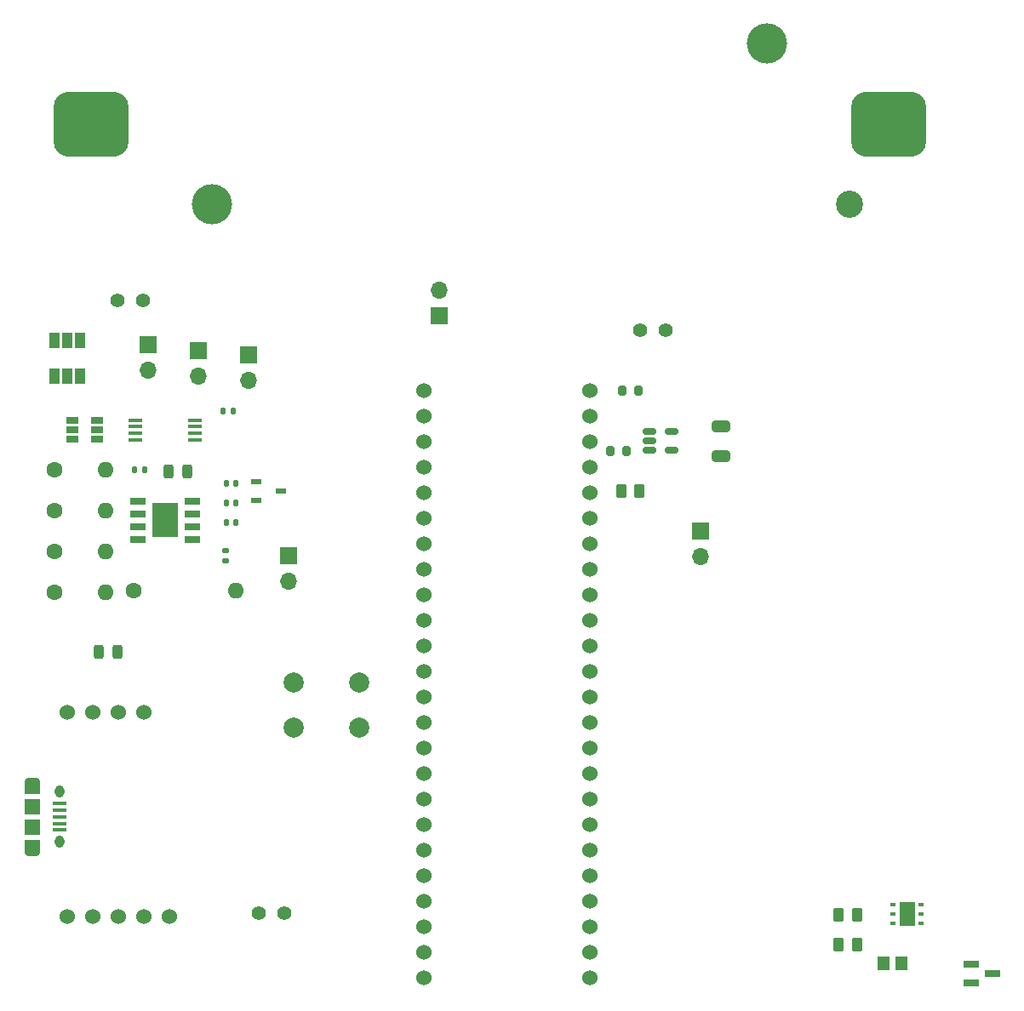
<source format=gbr>
%TF.GenerationSoftware,KiCad,Pcbnew,(7.0.0)*%
%TF.CreationDate,2023-04-27T10:38:24+02:00*%
%TF.ProjectId,overall scematic,6f766572-616c-46c2-9073-63656d617469,rev?*%
%TF.SameCoordinates,Original*%
%TF.FileFunction,Soldermask,Top*%
%TF.FilePolarity,Negative*%
%FSLAX46Y46*%
G04 Gerber Fmt 4.6, Leading zero omitted, Abs format (unit mm)*
G04 Created by KiCad (PCBNEW (7.0.0)) date 2023-04-27 10:38:24*
%MOMM*%
%LPD*%
G01*
G04 APERTURE LIST*
G04 Aperture macros list*
%AMRoundRect*
0 Rectangle with rounded corners*
0 $1 Rounding radius*
0 $2 $3 $4 $5 $6 $7 $8 $9 X,Y pos of 4 corners*
0 Add a 4 corners polygon primitive as box body*
4,1,4,$2,$3,$4,$5,$6,$7,$8,$9,$2,$3,0*
0 Add four circle primitives for the rounded corners*
1,1,$1+$1,$2,$3*
1,1,$1+$1,$4,$5*
1,1,$1+$1,$6,$7*
1,1,$1+$1,$8,$9*
0 Add four rect primitives between the rounded corners*
20,1,$1+$1,$2,$3,$4,$5,0*
20,1,$1+$1,$4,$5,$6,$7,0*
20,1,$1+$1,$6,$7,$8,$9,0*
20,1,$1+$1,$8,$9,$2,$3,0*%
G04 Aperture macros list end*
%ADD10RoundRect,0.140000X-0.140000X-0.170000X0.140000X-0.170000X0.140000X0.170000X-0.140000X0.170000X0*%
%ADD11C,1.400000*%
%ADD12C,1.600000*%
%ADD13O,1.600000X1.600000*%
%ADD14R,1.700000X1.700000*%
%ADD15O,1.700000X1.700000*%
%ADD16R,1.000000X1.500000*%
%ADD17C,4.000000*%
%ADD18C,2.700000*%
%ADD19RoundRect,1.625000X-2.125000X-1.625000X2.125000X-1.625000X2.125000X1.625000X-2.125000X1.625000X0*%
%ADD20R,1.350000X0.400000*%
%ADD21O,1.550000X0.890000*%
%ADD22R,1.550000X1.200000*%
%ADD23O,0.950000X1.250000*%
%ADD24R,1.550000X1.500000*%
%ADD25R,1.475000X0.450000*%
%ADD26RoundRect,0.135000X-0.135000X-0.185000X0.135000X-0.185000X0.135000X0.185000X-0.135000X0.185000X0*%
%ADD27R,0.600000X0.400000*%
%ADD28R,1.500000X2.400000*%
%ADD29R,1.200000X0.650000*%
%ADD30R,1.150000X1.450000*%
%ADD31RoundRect,0.070000X-0.650000X-0.300000X0.650000X-0.300000X0.650000X0.300000X-0.650000X0.300000X0*%
%ADD32RoundRect,0.243750X-0.243750X-0.456250X0.243750X-0.456250X0.243750X0.456250X-0.243750X0.456250X0*%
%ADD33RoundRect,0.200000X-0.200000X-0.275000X0.200000X-0.275000X0.200000X0.275000X-0.200000X0.275000X0*%
%ADD34RoundRect,0.150000X-0.512500X-0.150000X0.512500X-0.150000X0.512500X0.150000X-0.512500X0.150000X0*%
%ADD35C,1.524000*%
%ADD36C,2.000000*%
%ADD37RoundRect,0.250000X-0.262500X-0.450000X0.262500X-0.450000X0.262500X0.450000X-0.262500X0.450000X0*%
%ADD38RoundRect,0.140000X0.140000X0.170000X-0.140000X0.170000X-0.140000X-0.170000X0.140000X-0.170000X0*%
%ADD39RoundRect,0.250000X0.650000X-0.325000X0.650000X0.325000X-0.650000X0.325000X-0.650000X-0.325000X0*%
%ADD40RoundRect,0.140000X0.170000X-0.140000X0.170000X0.140000X-0.170000X0.140000X-0.170000X-0.140000X0*%
%ADD41R,1.525000X0.700000*%
%ADD42R,2.513000X3.402000*%
%ADD43R,1.070003X0.600000*%
G04 APERTURE END LIST*
D10*
%TO.C,C2*%
X130832000Y-99215000D03*
X131792000Y-99215000D03*
%TD*%
D11*
%TO.C,TP3*%
X120000000Y-81000000D03*
X122540000Y-81000000D03*
%TD*%
D10*
%TO.C,C4*%
X130832000Y-103155000D03*
X131792000Y-103155000D03*
%TD*%
%TO.C,C3*%
X130832000Y-101185000D03*
X131792000Y-101185000D03*
%TD*%
D12*
%TO.C,R5*%
X113712000Y-106005000D03*
D13*
X118791999Y-106004999D03*
%TD*%
D14*
%TO.C,J19*%
X177999999Y-103999999D03*
D15*
X177999999Y-106539999D03*
%TD*%
D16*
%TO.C,JP2*%
X113699999Y-88549999D03*
X114999999Y-88549999D03*
X116299999Y-88549999D03*
%TD*%
D17*
%TO.C,BT1*%
X129400000Y-71475000D03*
X184600000Y-55475000D03*
D18*
X192820000Y-71475000D03*
D19*
X196650000Y-63475000D03*
X117350000Y-63475000D03*
%TD*%
D11*
%TO.C,TP1*%
X134000000Y-142000000D03*
X136540000Y-142000000D03*
%TD*%
D20*
%TO.C,J1*%
X114199999Y-131099999D03*
X114199999Y-131749999D03*
X114199999Y-132399999D03*
X114199999Y-133049999D03*
X114199999Y-133699999D03*
D21*
X111499999Y-128899999D03*
D22*
X111499999Y-129499999D03*
D23*
X114199999Y-129899999D03*
D24*
X111499999Y-131399999D03*
X111499999Y-133399999D03*
D23*
X114199999Y-134899999D03*
D22*
X111499999Y-135299999D03*
D21*
X111499999Y-135899999D03*
%TD*%
D25*
%TO.C,Q1*%
X121773999Y-92929999D03*
X121773999Y-93579999D03*
X121773999Y-94229999D03*
X121773999Y-94879999D03*
X127649999Y-94879999D03*
X127649999Y-94229999D03*
X127649999Y-93579999D03*
X127649999Y-92929999D03*
%TD*%
D26*
%TO.C,R2*%
X130490000Y-92000000D03*
X131510000Y-92000000D03*
%TD*%
D16*
%TO.C,JP1*%
X113699999Y-84999999D03*
X114999999Y-84999999D03*
X116299999Y-84999999D03*
%TD*%
D27*
%TO.C,U2*%
X197149999Y-141109999D03*
X197149999Y-142059999D03*
X197149999Y-143009999D03*
X199949999Y-143009999D03*
X199949999Y-142059999D03*
X199949999Y-141109999D03*
D28*
X198549999Y-142059999D03*
%TD*%
D29*
%TO.C,IC1*%
X115461999Y-92954999D03*
X115461999Y-93904999D03*
X115461999Y-94854999D03*
X117961999Y-94854999D03*
X117961999Y-93904999D03*
X117961999Y-92954999D03*
%TD*%
D12*
%TO.C,R4*%
X113712000Y-101955000D03*
D13*
X118791999Y-101954999D03*
%TD*%
D30*
%TO.C,C5*%
X196199999Y-146999999D03*
X197999999Y-146999999D03*
%TD*%
D31*
%TO.C,U5*%
X204900000Y-147050000D03*
X204900000Y-148950000D03*
X207000000Y-148000000D03*
%TD*%
D12*
%TO.C,R6*%
X113712000Y-110055000D03*
D13*
X118791999Y-110054999D03*
%TD*%
D32*
%TO.C,D2*%
X118125000Y-116000000D03*
X120000000Y-116000000D03*
%TD*%
D33*
%TO.C,R11*%
X170175000Y-90000000D03*
X171825000Y-90000000D03*
%TD*%
D34*
%TO.C,U4*%
X172862500Y-94050000D03*
X172862500Y-95000000D03*
X172862500Y-95950000D03*
X175137500Y-95950000D03*
X175137500Y-94050000D03*
%TD*%
D14*
%TO.C,J6*%
X136999999Y-106459999D03*
D15*
X136999999Y-108999999D03*
%TD*%
D35*
%TO.C,U3*%
X125160000Y-142320000D03*
X122620000Y-142320000D03*
X120080000Y-142320000D03*
X117540000Y-142320000D03*
X115000000Y-142320000D03*
X122620000Y-122000000D03*
X120080000Y-122000000D03*
X117540000Y-122000000D03*
X115000000Y-122000000D03*
%TD*%
D36*
%TO.C,SW1*%
X137500000Y-119000000D03*
X144000000Y-119000000D03*
X137500000Y-123500000D03*
X144000000Y-123500000D03*
%TD*%
D37*
%TO.C,R7*%
X191707500Y-142190000D03*
X193532500Y-142190000D03*
%TD*%
D32*
%TO.C,D1*%
X125062500Y-98000000D03*
X126937500Y-98000000D03*
%TD*%
D14*
%TO.C,J7*%
X127999999Y-85999999D03*
D15*
X127999999Y-88539999D03*
%TD*%
D38*
%TO.C,C1*%
X122672000Y-97905000D03*
X121712000Y-97905000D03*
%TD*%
D11*
%TO.C,TP2*%
X172000000Y-84000000D03*
X174540000Y-84000000D03*
%TD*%
D12*
%TO.C,R1*%
X121632000Y-109905000D03*
D13*
X131791999Y-109904999D03*
%TD*%
D39*
%TO.C,C10*%
X180000000Y-96475000D03*
X180000000Y-93525000D03*
%TD*%
D33*
%TO.C,R10*%
X169000000Y-96000000D03*
X170650000Y-96000000D03*
%TD*%
D35*
%TO.C,J9*%
X150490000Y-90000000D03*
X150490000Y-92540000D03*
X150490000Y-95080000D03*
X150490000Y-97620000D03*
X150490000Y-100160000D03*
X150490000Y-102700000D03*
X150490000Y-105240000D03*
X150490000Y-107780000D03*
X150490000Y-110320000D03*
X150490000Y-112860000D03*
X150490000Y-115400000D03*
X150490000Y-117940000D03*
X150490000Y-120480000D03*
X150490000Y-123020000D03*
X150490000Y-125560000D03*
X150490000Y-128100000D03*
X150490000Y-130640000D03*
X150490000Y-133180000D03*
X150490000Y-135720000D03*
X150490000Y-138260000D03*
X150490000Y-140800000D03*
X150490000Y-143340000D03*
X150490000Y-145880000D03*
X150490000Y-148420000D03*
X167000000Y-148420000D03*
X167000000Y-145880000D03*
X167000000Y-143340000D03*
X167000000Y-140800000D03*
X167000000Y-138260000D03*
X167000000Y-135720000D03*
X167000000Y-133180000D03*
X167000000Y-130640000D03*
X167000000Y-128100000D03*
X167000000Y-125560000D03*
X167000000Y-123020000D03*
X167000000Y-120480000D03*
X167000000Y-117940000D03*
X167000000Y-115400000D03*
X167000000Y-112860000D03*
X167000000Y-110320000D03*
X167000000Y-107780000D03*
X167000000Y-105240000D03*
X167000000Y-102700000D03*
X167000000Y-100160000D03*
X167000000Y-97620000D03*
X167000000Y-95080000D03*
X167000000Y-92540000D03*
X167000000Y-90000000D03*
%TD*%
D40*
%TO.C,C6*%
X130712000Y-106905000D03*
X130712000Y-105945000D03*
%TD*%
D37*
%TO.C,R9*%
X170087500Y-100000000D03*
X171912500Y-100000000D03*
%TD*%
D14*
%TO.C,J2*%
X151999999Y-82539999D03*
D15*
X151999999Y-79999999D03*
%TD*%
D41*
%TO.C,J3*%
X121999999Y-100999999D03*
X121999999Y-102269999D03*
X121999999Y-103539999D03*
X121999999Y-104809999D03*
X127423999Y-104809999D03*
X127423999Y-103539999D03*
X127423999Y-102269999D03*
X127423999Y-100999999D03*
D42*
X124711999Y-102904999D03*
%TD*%
D43*
%TO.C,U1*%
X133764922Y-99050037D03*
X133764922Y-100949961D03*
X136235076Y-99999999D03*
%TD*%
D12*
%TO.C,R3*%
X113712000Y-97905000D03*
D13*
X118791999Y-97904999D03*
%TD*%
D14*
%TO.C,J5*%
X122999999Y-85459999D03*
D15*
X122999999Y-87999999D03*
%TD*%
D14*
%TO.C,J4*%
X132999999Y-86459999D03*
D15*
X132999999Y-88999999D03*
%TD*%
D37*
%TO.C,R8*%
X191707500Y-145140000D03*
X193532500Y-145140000D03*
%TD*%
M02*

</source>
